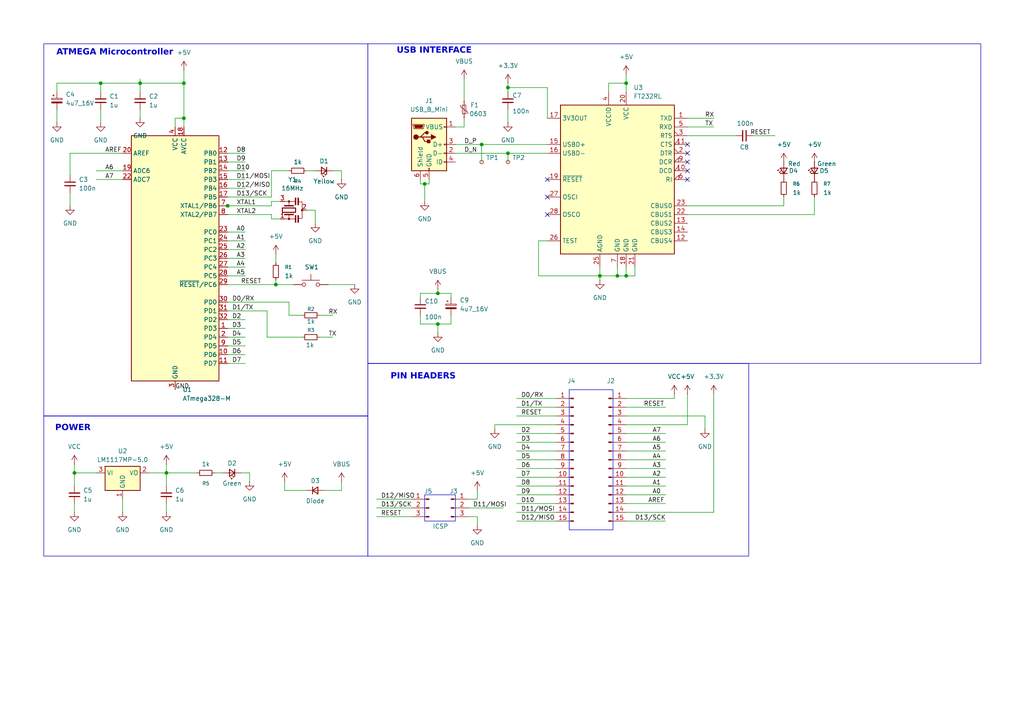
<source format=kicad_sch>
(kicad_sch (version 20250114) (generator "eeschema") (generator_version "9.0")
  (paper "A4")
  (title_block (title "Arduino nano") (date "14-07-2025") (rev "1A") (company "Bhuvanesh"))
  (lib_symbols
    (symbol "Connector:Conn_01x03_Pin" (pin_names (offset 1.016) (hide yes))
      (property "Reference" "J" (at 0 5.08 0))
      (property "Value" "Conn_01x03_Pin" (at 0 -5.08 0))
      (symbol "Conn_01x03_Pin_1_1"
        (rectangle (start 0.8636 2.667) (end 0 2.413) (stroke (width 0.1524)) (fill (type outline)))
        (rectangle (start 0.8636 0.127) (end 0 -0.127) (stroke (width 0.1524)) (fill (type outline)))
        (rectangle (start 0.8636 -2.413) (end 0 -2.667) (stroke (width 0.1524)) (fill (type outline)))
        (polyline (pts (xy 1.27 2.54) (xy 0.8636 2.54)) (stroke (width 0.1524)))
        (polyline (pts (xy 1.27 0) (xy 0.8636 0)) (stroke (width 0.1524)))
        (polyline (pts (xy 1.27 -2.54) (xy 0.8636 -2.54)) (stroke (width 0.1524)))
        (pin passive line (at 5.08 2.54 180) (length 3.81) (name "Pin_1") (number "1"))
        (pin passive line (at 5.08 0 180) (length 3.81) (name "Pin_2") (number "2"))
        (pin passive line (at 5.08 -2.54 180) (length 3.81) (name "Pin_3") (number "3"))
      )
    )
    (symbol "Connector:Conn_01x15_Pin" (pin_names (offset 1.016) (hide yes))
      (property "Reference" "J" (at 0 20.32 0))
      (property "Value" "Conn_01x15_Pin" (at 0 -20.32 0))
      (symbol "Conn_01x15_Pin_1_1"
        (rectangle (start 0.8636 17.907) (end 0 17.653) (stroke (width 0.1524)) (fill (type outline)))
        (rectangle (start 0.8636 15.367) (end 0 15.113) (stroke (width 0.1524)) (fill (type outline)))
        (rectangle (start 0.8636 12.827) (end 0 12.573) (stroke (width 0.1524)) (fill (type outline)))
        (rectangle (start 0.8636 10.287) (end 0 10.033) (stroke (width 0.1524)) (fill (type outline)))
        (rectangle (start 0.8636 7.747) (end 0 7.493) (stroke (width 0.1524)) (fill (type outline)))
        (rectangle (start 0.8636 5.207) (end 0 4.953) (stroke (width 0.1524)) (fill (type outline)))
        (rectangle (start 0.8636 2.667) (end 0 2.413) (stroke (width 0.1524)) (fill (type outline)))
        (rectangle (start 0.8636 0.127) (end 0 -0.127) (stroke (width 0.1524)) (fill (type outline)))
        (rectangle (start 0.8636 -2.413) (end 0 -2.667) (stroke (width 0.1524)) (fill (type outline)))
        (rectangle (start 0.8636 -4.953) (end 0 -5.207) (stroke (width 0.1524)) (fill (type outline)))
        (rectangle (start 0.8636 -7.493) (end 0 -7.747) (stroke (width 0.1524)) (fill (type outline)))
        (rectangle (start 0.8636 -10.033) (end 0 -10.287) (stroke (width 0.1524)) (fill (type outline)))
        (rectangle (start 0.8636 -12.573) (end 0 -12.827) (stroke (width 0.1524)) (fill (type outline)))
        (rectangle (start 0.8636 -15.113) (end 0 -15.367) (stroke (width 0.1524)) (fill (type outline)))
        (rectangle (start 0.8636 -17.653) (end 0 -17.907) (stroke (width 0.1524)) (fill (type outline)))
        (polyline (pts (xy 1.27 17.78) (xy 0.8636 17.78)) (stroke (width 0.1524)))
        (polyline (pts (xy 1.27 15.24) (xy 0.8636 15.24)) (stroke (width 0.1524)))
        (polyline (pts (xy 1.27 12.7) (xy 0.8636 12.7)) (stroke (width 0.1524)))
        (polyline (pts (xy 1.27 10.16) (xy 0.8636 10.16)) (stroke (width 0.1524)))
        (polyline (pts (xy 1.27 7.62) (xy 0.8636 7.62)) (stroke (width 0.1524)))
        (polyline (pts (xy 1.27 5.08) (xy 0.8636 5.08)) (stroke (width 0.1524)))
        (polyline (pts (xy 1.27 2.54) (xy 0.8636 2.54)) (stroke (width 0.1524)))
        (polyline (pts (xy 1.27 0) (xy 0.8636 0)) (stroke (width 0.1524)))
        (polyline (pts (xy 1.27 -2.54) (xy 0.8636 -2.54)) (stroke (width 0.1524)))
        (polyline (pts (xy 1.27 -5.08) (xy 0.8636 -5.08)) (stroke (width 0.1524)))
        (polyline (pts (xy 1.27 -7.62) (xy 0.8636 -7.62)) (stroke (width 0.1524)))
        (polyline (pts (xy 1.27 -10.16) (xy 0.8636 -10.16)) (stroke (width 0.1524)))
        (polyline (pts (xy 1.27 -12.7) (xy 0.8636 -12.7)) (stroke (width 0.1524)))
        (polyline (pts (xy 1.27 -15.24) (xy 0.8636 -15.24)) (stroke (width 0.1524)))
        (polyline (pts (xy 1.27 -17.78) (xy 0.8636 -17.78)) (stroke (width 0.1524)))
        (pin passive line (at 5.08 17.78 180) (length 3.81) (name "Pin_1") (number "1"))
        (pin passive line (at 5.08 15.24 180) (length 3.81) (name "Pin_2") (number "2"))
        (pin passive line (at 5.08 12.7 180) (length 3.81) (name "Pin_3") (number "3"))
        (pin passive line (at 5.08 10.16 180) (length 3.81) (name "Pin_4") (number "4"))
        (pin passive line (at 5.08 7.62 180) (length 3.81) (name "Pin_5") (number "5"))
        (pin passive line (at 5.08 5.08 180) (length 3.81) (name "Pin_6") (number "6"))
        (pin passive line (at 5.08 2.54 180) (length 3.81) (name "Pin_7") (number "7"))
        (pin passive line (at 5.08 0 180) (length 3.81) (name "Pin_8") (number "8"))
        (pin passive line (at 5.08 -2.54 180) (length 3.81) (name "Pin_9") (number "9"))
        (pin passive line (at 5.08 -5.08 180) (length 3.81) (name "Pin_10") (number "10"))
        (pin passive line (at 5.08 -7.62 180) (length 3.81) (name "Pin_11") (number "11"))
        (pin passive line (at 5.08 -10.16 180) (length 3.81) (name "Pin_12") (number "12"))
        (pin passive line (at 5.08 -12.7 180) (length 3.81) (name "Pin_13") (number "13"))
        (pin passive line (at 5.08 -15.24 180) (length 3.81) (name "Pin_14") (number "14"))
        (pin passive line (at 5.08 -17.78 180) (length 3.81) (name "Pin_15") (number "15"))
      )
    )
    (symbol "Connector:TestPoint_Small" (pin_numbers (hide yes)) (pin_names (offset 0.762) (hide yes))
      (property "Reference" "TP" (at 0 3.81 0))
      (property "Value" "TestPoint_Small" (at 0 2.032 0))
      (symbol "TestPoint_Small_0_1"
        (circle (center 0 0) (radius 0.508))
      )
      (symbol "TestPoint_Small_1_1"
        (pin passive line (at 0 0 90) (length 0) (name "1") (number "1"))
      )
    )
    (symbol "Connector:USB_B_Mini" (pin_names (offset 1.016))
      (property "Reference" "J" (at -5.08 11.43 0))
      (property "Value" "USB_B_Mini" (at -5.08 8.89 0))
      (symbol "USB_B_Mini_0_1"
        (rectangle (start -5.08 -7.62) (end 5.08 7.62) (stroke (width 0.254)) (fill (type background)))
        (polyline (pts (xy -4.699 5.842) (xy -4.699 5.588) (xy -4.445 4.826) (xy -4.445 4.572) (xy -1.651 4.572) (xy -1.651 4.826) (xy -1.397 5.588) (xy -1.397 5.842) (xy -4.699 5.842)))
        (polyline (pts (xy -4.318 5.588) (xy -1.778 5.588) (xy -2.032 4.826) (xy -4.064 4.826) (xy -4.318 5.588)) (fill (type outline)))
        (circle (center -3.81 2.159) (radius 0.635) (stroke (width 0.254)) (fill (type outline)))
        (polyline (pts (xy -3.175 2.159) (xy -2.54 2.159) (xy -1.27 3.429) (xy -0.635 3.429)) (stroke (width 0.254)))
        (polyline (pts (xy -2.54 2.159) (xy -1.905 2.159) (xy -1.27 0.889) (xy 0 0.889)) (stroke (width 0.254)))
        (polyline (pts (xy -1.905 2.159) (xy 0.635 2.159)) (stroke (width 0.254)))
        (circle (center -0.635 3.429) (radius 0.381) (stroke (width 0.254)) (fill (type outline)))
        (rectangle (start -0.127 -7.62) (end 0.127 -6.858))
        (rectangle (start 0.254 1.27) (end -0.508 0.508) (stroke (width 0.254)) (fill (type outline)))
        (polyline (pts (xy 0.635 2.794) (xy 0.635 1.524) (xy 1.905 2.159) (xy 0.635 2.794)) (stroke (width 0.254)) (fill (type outline)))
        (rectangle (start 5.08 4.953) (end 4.318 5.207))
        (rectangle (start 5.08 -0.127) (end 4.318 0.127))
        (rectangle (start 5.08 -2.667) (end 4.318 -2.413))
        (rectangle (start 5.08 -5.207) (end 4.318 -4.953))
      )
      (symbol "USB_B_Mini_1_1"
        (pin passive line (at -2.54 -10.16 90) (length 2.54) (name "Shield") (number "6"))
        (pin power_out line (at 0 -10.16 90) (length 2.54) (name "GND") (number "5"))
        (pin power_out line (at 7.62 5.08 180) (length 2.54) (name "VBUS") (number "1"))
        (pin bidirectional line (at 7.62 0 180) (length 2.54) (name "D+") (number "3"))
        (pin bidirectional line (at 7.62 -2.54 180) (length 2.54) (name "D-") (number "2"))
        (pin passive line (at 7.62 -5.08 180) (length 2.54) (name "ID") (number "4"))
      )
    )
    (symbol "Device:C_Polarized_Small" (pin_numbers (hide yes)) (pin_names (offset 0.254) (hide yes))
      (property "Reference" "C" (at 0.254 1.778 0))
      (property "Value" "C_Polarized_Small" (at 0.254 -2.032 0))
      (symbol "C_Polarized_Small_0_1"
        (rectangle (start -1.524 0.6858) (end 1.524 0.3048))
        (rectangle (start -1.524 -0.3048) (end 1.524 -0.6858) (fill (type outline)))
        (polyline (pts (xy -1.27 1.524) (xy -0.762 1.524)))
        (polyline (pts (xy -1.016 1.27) (xy -1.016 1.778)))
      )
      (symbol "C_Polarized_Small_1_1"
        (pin passive line (at 0 2.54 270) (length 1.8542) (name "~") (number "1"))
        (pin passive line (at 0 -2.54 90) (length 1.8542) (name "~") (number "2"))
      )
    )
    (symbol "Device:C_Small" (pin_numbers (hide yes)) (pin_names (offset 0.254) (hide yes))
      (property "Reference" "C" (at 0.254 1.778 0))
      (property "Value" "C_Small" (at 0.254 -2.032 0))
      (symbol "C_Small_0_1"
        (polyline (pts (xy -1.524 0.508) (xy 1.524 0.508)) (stroke (width 0.3048)))
        (polyline (pts (xy -1.524 -0.508) (xy 1.524 -0.508)) (stroke (width 0.3302)))
      )
      (symbol "C_Small_1_1"
        (pin passive line (at 0 2.54 270) (length 2.032) (name "~") (number "1"))
        (pin passive line (at 0 -2.54 90) (length 2.032) (name "~") (number "2"))
      )
    )
    (symbol "Device:D_Small" (pin_numbers (hide yes)) (pin_names (offset 0.254) (hide yes))
      (property "Reference" "D" (at -1.27 2.032 0))
      (property "Value" "D_Small" (at -3.81 -2.032 0))
      (symbol "D_Small_0_1"
        (polyline (pts (xy -0.762 0) (xy 0.762 0)))
        (polyline (pts (xy -0.762 -1.016) (xy -0.762 1.016)) (stroke (width 0.254)))
        (polyline (pts (xy 0.762 -1.016) (xy -0.762 0) (xy 0.762 1.016) (xy 0.762 -1.016)) (stroke (width 0.254)))
      )
      (symbol "D_Small_1_1"
        (pin passive line (at -2.54 0 0) (length 1.778) (name "K") (number "1"))
        (pin passive line (at 2.54 0 180) (length 1.778) (name "A") (number "2"))
      )
    )
    (symbol "Device:LED_Small" (pin_numbers (hide yes)) (pin_names (offset 0.254) (hide yes))
      (property "Reference" "D" (at -1.27 3.175 0))
      (property "Value" "LED_Small" (at -4.445 -2.54 0))
      (symbol "LED_Small_0_1"
        (polyline (pts (xy -0.762 -1.016) (xy -0.762 1.016)) (stroke (width 0.254)))
        (polyline (pts (xy 0 0.762) (xy -0.508 1.27) (xy -0.254 1.27) (xy -0.508 1.27) (xy -0.508 1.016)))
        (polyline (pts (xy 0.508 1.27) (xy 0 1.778) (xy 0.254 1.778) (xy 0 1.778) (xy 0 1.524)))
        (polyline (pts (xy 0.762 -1.016) (xy -0.762 0) (xy 0.762 1.016) (xy 0.762 -1.016)) (stroke (width 0.254)))
        (polyline (pts (xy 1.016 0) (xy -0.762 0)))
      )
      (symbol "LED_Small_1_1"
        (pin passive line (at -2.54 0 0) (length 1.778) (name "K") (number "1"))
        (pin passive line (at 2.54 0 180) (length 1.778) (name "A") (number "2"))
      )
    )
    (symbol "Device:Polyfuse_Small" (pin_numbers (hide yes)) (pin_names (offset 0))
      (property "Reference" "F" (at -1.905 0 90))
      (property "Value" "Polyfuse_Small" (at 1.905 0 90))
      (symbol "Polyfuse_Small_0_1"
        (polyline (pts (xy -1.016 1.27) (xy -1.016 0.762) (xy 1.016 -0.762) (xy 1.016 -1.27)))
        (rectangle (start -0.508 1.27) (end 0.508 -1.27))
        (polyline (pts (xy 0 2.54) (xy 0 -2.54)))
      )
      (symbol "Polyfuse_Small_1_1"
        (pin passive line (at 0 2.54 270) (length 0.635) (name "~") (number "1"))
        (pin passive line (at 0 -2.54 90) (length 0.635) (name "~") (number "2"))
      )
    )
    (symbol "Device:R_Small" (pin_numbers (hide yes)) (pin_names (offset 0.254) (hide yes))
      (property "Reference" "R" (at 0 0 90))
      (property "Value" "R_Small" (at 1.778 0 90))
      (symbol "R_Small_0_1"
        (rectangle (start -0.762 1.778) (end 0.762 -1.778) (stroke (width 0.2032)))
      )
      (symbol "R_Small_1_1"
        (pin passive line (at 0 2.54 270) (length 0.762) (name "~") (number "1"))
        (pin passive line (at 0 -2.54 90) (length 0.762) (name "~") (number "2"))
      )
    )
    (symbol "Device:Resonator_Small" (pin_names (offset 1.016) (hide yes))
      (property "Reference" "Y" (at 3.175 1.905 0))
      (property "Value" "Resonator_Small" (at 3.175 0 0))
      (symbol "Resonator_Small_0_1"
        (rectangle (start -3.556 -1.778) (end -1.524 -2.032) (fill (type outline)))
        (rectangle (start -3.556 -2.54) (end -1.524 -2.794) (fill (type outline)))
        (polyline (pts (xy -2.54 1.27) (xy -2.54 0)))
        (circle (center -2.54 0) (radius 0.254) (fill (type outline)))
        (polyline (pts (xy -2.54 0) (xy -1.397 0)))
        (polyline (pts (xy -2.54 -1.778) (xy -2.54 0)))
        (polyline (pts (xy -1.27 -1.27) (xy -1.27 1.27)) (stroke (width 0.381)))
        (rectangle (start -0.635 1.905) (end 0.635 -1.905) (stroke (width 0.3048)))
        (circle (center 0 -3.81) (radius 0.254) (fill (type outline)))
        (polyline (pts (xy 1.27 0) (xy 2.54 0)))
        (polyline (pts (xy 1.27 -1.27) (xy 1.27 1.27)) (stroke (width 0.381)))
        (rectangle (start 1.524 -1.778) (end 3.556 -2.032) (fill (type outline)))
        (rectangle (start 1.524 -2.54) (end 3.556 -2.794) (fill (type outline)))
        (polyline (pts (xy 2.413 -2.794) (xy 2.413 -3.81) (xy -2.413 -3.81) (xy -2.413 -2.667)))
        (polyline (pts (xy 2.54 1.27) (xy 2.54 0)))
        (polyline (pts (xy 2.54 0) (xy 2.54 -1.778)))
        (circle (center 2.54 0) (radius 0.254) (fill (type outline)))
      )
      (symbol "Resonator_Small_1_1"
        (pin passive line (at -2.54 2.54 270) (length 1.27) (name "1") (number "1"))
        (pin passive line (at 0 -5.08 90) (length 1.27) (name "2") (number "2"))
        (pin passive line (at 2.54 2.54 270) (length 1.27) (name "3") (number "3"))
      )
    )
    (symbol "Interface_USB:FT232RL"
      (property "Reference" "U" (at -16.51 22.86 0))
      (property "Value" "FT232RL" (at 10.16 22.86 0))
      (symbol "FT232RL_0_1"
        (rectangle (start -16.51 21.59) (end 16.51 -21.59) (stroke (width 0.254)) (fill (type background)))
      )
      (symbol "FT232RL_1_1"
        (pin power_out line (at -20.32 17.78 0) (length 3.81) (name "3V3OUT") (number "17"))
        (pin bidirectional line (at -20.32 10.16 0) (length 3.81) (name "USBD+") (number "15"))
        (pin bidirectional line (at -20.32 7.62 0) (length 3.81) (name "USBD-") (number "16"))
        (pin input line (at -20.32 0 0) (length 3.81) (name "~{RESET}") (number "19"))
        (pin input line (at -20.32 -5.08 0) (length 3.81) (name "OSCI") (number "27"))
        (pin output line (at -20.32 -10.16 0) (length 3.81) (name "OSCO") (number "28"))
        (pin input line (at -20.32 -17.78 0) (length 3.81) (name "TEST") (number "26"))
        (pin power_in line (at -5.08 -25.4 90) (length 3.81) (name "AGND") (number "25"))
        (pin power_in line (at -2.54 25.4 270) (length 3.81) (name "VCCIO") (number "4"))
        (pin power_in line (at 0 -25.4 90) (length 3.81) (name "GND") (number "7"))
        (pin power_in line (at 2.54 25.4 270) (length 3.81) (name "VCC") (number "20"))
        (pin power_in line (at 2.54 -25.4 90) (length 3.81) (name "GND") (number "18"))
        (pin power_in line (at 5.08 -25.4 90) (length 3.81) (name "GND") (number "21"))
        (pin output line (at 20.32 17.78 180) (length 3.81) (name "TXD") (number "1"))
        (pin input line (at 20.32 15.24 180) (length 3.81) (name "RXD") (number "5"))
        (pin output output_low (at 20.32 12.7 180) (length 3.81) (name "RTS") (number "3"))
        (pin input input_low (at 20.32 10.16 180) (length 3.81) (name "CTS") (number "11"))
        (pin output output_low (at 20.32 7.62 180) (length 3.81) (name "DTR") (number "2"))
        (pin input input_low (at 20.32 5.08 180) (length 3.81) (name "DCR") (number "9"))
        (pin input input_low (at 20.32 2.54 180) (length 3.81) (name "DCD") (number "10"))
        (pin input input_low (at 20.32 0 180) (length 3.81) (name "RI") (number "6"))
        (pin bidirectional line (at 20.32 -7.62 180) (length 3.81) (name "CBUS0") (number "23"))
        (pin bidirectional line (at 20.32 -10.16 180) (length 3.81) (name "CBUS1") (number "22"))
        (pin bidirectional line (at 20.32 -12.7 180) (length 3.81) (name "CBUS2") (number "13"))
        (pin bidirectional line (at 20.32 -15.24 180) (length 3.81) (name "CBUS3") (number "14"))
        (pin bidirectional line (at 20.32 -17.78 180) (length 3.81) (name "CBUS4") (number "12"))
      )
    )
    (symbol "MCU_Microchip_ATmega:ATmega328-M"
      (property "Reference" "U" (at -12.7 36.83 0))
      (property "Value" "ATmega328-M" (at 2.54 -36.83 0))
      (symbol "ATmega328-M_0_1"
        (rectangle (start -12.7 -35.56) (end 12.7 35.56) (stroke (width 0.254)) (fill (type background)))
      )
      (symbol "ATmega328-M_1_1"
        (pin passive line (at -15.24 30.48 0) (length 2.54) (name "AREF") (number "20"))
        (pin input line (at -15.24 25.4 0) (length 2.54) (name "ADC6") (number "19"))
        (pin input line (at -15.24 22.86 0) (length 2.54) (name "ADC7") (number "22"))
        (pin power_in line (at 0 38.1 270) (length 2.54) (name "VCC") (number "4"))
        (pin passive line (at 0 38.1 270) (length 2.54) (hide yes) (name "VCC") (number "6"))
        (pin passive line (at 0 -38.1 90) (length 2.54) (hide yes) (name "GND") (number "21"))
        (pin power_in line (at 0 -38.1 90) (length 2.54) (name "GND") (number "3"))
        (pin passive line (at 0 -38.1 90) (length 2.54) (hide yes) (name "GND") (number "33"))
        (pin passive line (at 0 -38.1 90) (length 2.54) (hide yes) (name "GND") (number "5"))
        (pin power_in line (at 2.54 38.1 270) (length 2.54) (name "AVCC") (number "18"))
        (pin bidirectional line (at 15.24 30.48 180) (length 2.54) (name "PB0") (number "12"))
        (pin bidirectional line (at 15.24 27.94 180) (length 2.54) (name "PB1") (number "13"))
        (pin bidirectional line (at 15.24 25.4 180) (length 2.54) (name "PB2") (number "14"))
        (pin bidirectional line (at 15.24 22.86 180) (length 2.54) (name "PB3") (number "15"))
        (pin bidirectional line (at 15.24 20.32 180) (length 2.54) (name "PB4") (number "16"))
        (pin bidirectional line (at 15.24 17.78 180) (length 2.54) (name "PB5") (number "17"))
        (pin bidirectional line (at 15.24 15.24 180) (length 2.54) (name "XTAL1/PB6") (number "7"))
        (pin bidirectional line (at 15.24 12.7 180) (length 2.54) (name "XTAL2/PB7") (number "8"))
        (pin bidirectional line (at 15.24 7.62 180) (length 2.54) (name "PC0") (number "23"))
        (pin bidirectional line (at 15.24 5.08 180) (length 2.54) (name "PC1") (number "24"))
        (pin bidirectional line (at 15.24 2.54 180) (length 2.54) (name "PC2") (number "25"))
        (pin bidirectional line (at 15.24 0 180) (length 2.54) (name "PC3") (number "26"))
        (pin bidirectional line (at 15.24 -2.54 180) (length 2.54) (name "PC4") (number "27"))
        (pin bidirectional line (at 15.24 -5.08 180) (length 2.54) (name "PC5") (number "28"))
        (pin bidirectional line (at 15.24 -7.62 180) (length 2.54) (name "~{RESET}/PC6") (number "29"))
        (pin bidirectional line (at 15.24 -12.7 180) (length 2.54) (name "PD0") (number "30"))
        (pin bidirectional line (at 15.24 -15.24 180) (length 2.54) (name "PD1") (number "31"))
        (pin bidirectional line (at 15.24 -17.78 180) (length 2.54) (name "PD2") (number "32"))
        (pin bidirectional line (at 15.24 -20.32 180) (length 2.54) (name "PD3") (number "1"))
        (pin bidirectional line (at 15.24 -22.86 180) (length 2.54) (name "PD4") (number "2"))
        (pin bidirectional line (at 15.24 -25.4 180) (length 2.54) (name "PD5") (number "9"))
        (pin bidirectional line (at 15.24 -27.94 180) (length 2.54) (name "PD6") (number "10"))
        (pin bidirectional line (at 15.24 -30.48 180) (length 2.54) (name "PD7") (number "11"))
      )
    )
    (symbol "Regulator_Linear:LM1117MP-5.0"
      (property "Reference" "U" (at -3.81 3.175 0))
      (property "Value" "LM1117MP-5.0" (at 0 3.175 0))
      (symbol "LM1117MP-5.0_0_1"
        (rectangle (start -5.08 -5.08) (end 5.08 1.905) (stroke (width 0.254)) (fill (type background)))
      )
      (symbol "LM1117MP-5.0_1_1"
        (pin power_in line (at -7.62 0 0) (length 2.54) (name "VI") (number "3"))
        (pin power_in line (at 0 -7.62 90) (length 2.54) (name "GND") (number "1"))
        (pin power_out line (at 7.62 0 180) (length 2.54) (name "VO") (number "2"))
      )
    )
    (symbol "Switch:SW_Push" (pin_numbers (hide yes)) (pin_names (offset 1.016) (hide yes))
      (property "Reference" "SW" (at 1.27 2.54 0))
      (property "Value" "SW_Push" (at 0 -1.524 0))
      (symbol "SW_Push_0_1"
        (circle (center -2.032 0) (radius 0.508))
        (polyline (pts (xy 0 1.27) (xy 0 3.048)))
        (circle (center 2.032 0) (radius 0.508))
        (polyline (pts (xy 2.54 1.27) (xy -2.54 1.27)))
        (pin passive line (at -5.08 0 0) (length 2.54) (name "1") (number "1"))
        (pin passive line (at 5.08 0 180) (length 2.54) (name "2") (number "2"))
      )
    )
    (symbol "power:+3.3V" (power) (pin_numbers (hide yes)) (pin_names (offset 0) (hide yes))
      (property "Value" "+3.3V" (at 0 3.556 0))
      (symbol "+3.3V_0_1"
        (polyline (pts (xy -0.762 1.27) (xy 0 2.54)))
        (polyline (pts (xy 0 2.54) (xy 0.762 1.27)))
        (polyline (pts (xy 0 0) (xy 0 2.54)))
      )
      (symbol "+3.3V_1_1"
        (pin power_in line (at 0 0 90) (length 0) (name "~") (number "1"))
      )
    )
    (symbol "power:+5V" (power) (pin_numbers (hide yes)) (pin_names (offset 0) (hide yes))
      (property "Value" "+5V" (at 0 3.556 0))
      (symbol "+5V_0_1"
        (polyline (pts (xy -0.762 1.27) (xy 0 2.54)))
        (polyline (pts (xy 0 2.54) (xy 0.762 1.27)))
        (polyline (pts (xy 0 0) (xy 0 2.54)))
      )
      (symbol "+5V_1_1"
        (pin power_in line (at 0 0 90) (length 0) (name "~") (number "1"))
      )
    )
    (symbol "power:GND" (power) (pin_numbers (hide yes)) (pin_names (offset 0) (hide yes))
      (property "Value" "GND" (at 0 -3.81 0))
      (symbol "GND_0_1"
        (polyline (pts (xy 0 0) (xy 0 -1.27) (xy 1.27 -1.27) (xy 0 -2.54) (xy -1.27 -1.27) (xy 0 -1.27)))
      )
      (symbol "GND_1_1"
        (pin power_in line (at 0 0 270) (length 0) (name "~") (number "1"))
      )
    )
    (symbol "power:VBUS" (power) (pin_numbers (hide yes)) (pin_names (offset 0) (hide yes))
      (property "Value" "VBUS" (at 0 3.556 0))
      (symbol "VBUS_0_1"
        (polyline (pts (xy -0.762 1.27) (xy 0 2.54)))
        (polyline (pts (xy 0 2.54) (xy 0.762 1.27)))
        (polyline (pts (xy 0 0) (xy 0 2.54)))
      )
      (symbol "VBUS_1_1"
        (pin power_in line (at 0 0 90) (length 0) (name "~") (number "1"))
      )
    )
    (symbol "power:VCC" (power) (pin_numbers (hide yes)) (pin_names (offset 0) (hide yes))
      (property "Value" "VCC" (at 0 3.556 0))
      (symbol "VCC_0_1"
        (polyline (pts (xy -0.762 1.27) (xy 0 2.54)))
        (polyline (pts (xy 0 2.54) (xy 0.762 1.27)))
        (polyline (pts (xy 0 0) (xy 0 2.54)))
      )
      (symbol "VCC_1_1"
        (pin power_in line (at 0 0 90) (length 0) (name "~") (number "1"))
      )
    )
  )
  (rectangle (start 123.19 143.51) (end 132.08 151.13))
  (rectangle (start 12.7 120.65) (end 106.68 161.29))
  (rectangle (start 12.7 12.7) (end 106.68 120.65))
  (rectangle (start 106.68 105.41) (end 217.17 161.29))
  (rectangle (start 165.1 113.03) (end 177.8 153.67))
  (rectangle (start 106.68 12.7) (end 284.48 105.41))
  (text " ATMEGA Microcontroller" (at 15.494 15.748 0) (effects (font (size 1.778 1.778) (thickness 0.0127) (bold yes)) (justify left)))
  (text "PIN HEADERS\n" (at 113.284 109.728 0) (effects (font (size 1.778 1.778) (thickness 0.0127) (bold yes)) (justify left)))
  (text "POWER" (at 16.002 124.714 0) (effects (font (size 1.778 1.778) (thickness 0.0127) (bold yes)) (justify left)))
  (text "USB INTERFACE\n" (at 115.062 15.24 0) (effects (font (size 1.778 1.778) (thickness 0.0127) (bold yes)) (justify left)))
  (junction (at 127 85.09))
  (junction (at 139.7 41.91))
  (junction (at 181.61 80.01))
  (junction (at 147.32 44.45))
  (junction (at 53.34 24.13))
  (junction (at 123.19 53.34))
  (junction (at 179.07 80.01))
  (junction (at 48.26 137.16))
  (junction (at 29.21 24.13))
  (junction (at 127 93.98))
  (junction (at 80.01 82.55))
  (junction (at 173.99 80.01))
  (junction (at 40.64 24.13))
  (junction (at 147.32 25.4))
  (junction (at 21.59 137.16))
  (junction (at 66.04 59.69))
  (junction (at 53.34 34.29))
  (junction (at 181.61 24.13))
  (no_connect (at 199.39 46.99))
  (no_connect (at 158.75 62.23))
  (no_connect (at 199.39 52.07))
  (no_connect (at 199.39 41.91))
  (no_connect (at 158.75 57.15))
  (no_connect (at 158.75 52.07))
  (no_connect (at 199.39 44.45))
  (no_connect (at 199.39 49.53))
  (wire (pts (xy 199.39 34.29) (xy 207.01 34.29)))
  (wire (pts (xy 181.61 77.47) (xy 181.61 80.01)))
  (wire (pts (xy 149.86 125.73) (xy 161.29 125.73)))
  (wire (pts (xy 66.04 92.71) (xy 71.12 92.71)))
  (wire (pts (xy 134.62 22.86) (xy 134.62 29.21)))
  (wire (pts (xy 127 93.98) (xy 130.81 93.98)))
  (wire (pts (xy 40.64 31.75) (xy 40.64 34.29)))
  (wire (pts (xy 66.04 72.39) (xy 71.12 72.39)))
  (wire (pts (xy 121.92 53.34) (xy 123.19 53.34)))
  (wire (pts (xy 173.99 80.01) (xy 179.07 80.01)))
  (wire (pts (xy 78.74 58.42) (xy 81.28 58.42)))
  (wire (pts (xy 48.26 137.16) (xy 57.15 137.16)))
  (wire (pts (xy 199.39 114.3) (xy 199.39 123.19)))
  (wire (pts (xy 224.79 39.37) (xy 218.44 39.37)))
  (wire (pts (xy 227.33 59.69) (xy 227.33 57.15)))
  (wire (pts (xy 138.43 149.86) (xy 138.43 152.4)))
  (wire (pts (xy 66.04 67.31) (xy 71.12 67.31)))
  (wire (pts (xy 149.86 143.51) (xy 161.29 143.51)))
  (wire (pts (xy 130.81 85.09) (xy 130.81 86.36)))
  (wire (pts (xy 80.01 73.66) (xy 80.01 76.2)))
  (wire (pts (xy 80.01 82.55) (xy 85.09 82.55)))
  (wire (pts (xy 139.7 41.91) (xy 139.7 46.99)))
  (wire (pts (xy 181.61 148.59) (xy 207.01 148.59)))
  (wire (pts (xy 82.55 139.7) (xy 82.55 142.24)))
  (wire (pts (xy 147.32 24.13) (xy 147.32 25.4)))
  (wire (pts (xy 156.21 69.85) (xy 156.21 80.01)))
  (wire (pts (xy 149.86 148.59) (xy 161.29 148.59)))
  (wire (pts (xy 149.86 140.97) (xy 161.29 140.97)))
  (wire (pts (xy 181.61 115.57) (xy 195.58 115.57)))
  (wire (pts (xy 143.51 123.19) (xy 161.29 123.19)))
  (wire (pts (xy 181.61 146.05) (xy 193.04 146.05)))
  (wire (pts (xy 62.23 137.16) (xy 64.77 137.16)))
  (wire (pts (xy 29.21 24.13) (xy 29.21 26.67)))
  (wire (pts (xy 53.34 24.13) (xy 53.34 34.29)))
  (wire (pts (xy 138.43 142.24) (xy 138.43 144.78)))
  (wire (pts (xy 195.58 114.3) (xy 195.58 115.57)))
  (wire (pts (xy 95.25 82.55) (xy 102.87 82.55)))
  (wire (pts (xy 40.64 24.13) (xy 53.34 24.13)))
  (wire (pts (xy 121.92 91.44) (xy 121.92 93.98)))
  (wire (pts (xy 181.61 118.11) (xy 193.04 118.11)))
  (wire (pts (xy 53.34 20.32) (xy 53.34 24.13)))
  (wire (pts (xy 135.89 144.78) (xy 138.43 144.78)))
  (wire (pts (xy 21.59 134.62) (xy 21.59 137.16)))
  (wire (pts (xy 66.04 90.17) (xy 77.47 90.17)))
  (wire (pts (xy 48.26 146.05) (xy 48.26 148.59)))
  (wire (pts (xy 66.04 62.23) (xy 78.74 62.23)))
  (wire (pts (xy 124.46 52.07) (xy 124.46 53.34)))
  (wire (pts (xy 83.82 91.44) (xy 87.63 91.44)))
  (wire (pts (xy 78.74 58.42) (xy 78.74 59.69)))
  (wire (pts (xy 92.71 91.44) (xy 96.52 91.44)))
  (wire (pts (xy 181.61 123.19) (xy 199.39 123.19)))
  (wire (pts (xy 109.22 147.32) (xy 119.38 147.32)))
  (wire (pts (xy 88.9 49.53) (xy 91.44 49.53)))
  (wire (pts (xy 21.59 137.16) (xy 27.94 137.16)))
  (wire (pts (xy 109.22 144.78) (xy 119.38 144.78)))
  (wire (pts (xy 199.39 39.37) (xy 213.36 39.37)))
  (wire (pts (xy 132.08 44.45) (xy 147.32 44.45)))
  (wire (pts (xy 16.51 31.75) (xy 16.51 35.56)))
  (wire (pts (xy 149.86 146.05) (xy 161.29 146.05)))
  (wire (pts (xy 88.9 60.96) (xy 91.44 60.96)))
  (wire (pts (xy 181.61 135.89) (xy 193.04 135.89)))
  (wire (pts (xy 204.47 120.65) (xy 204.47 124.46)))
  (wire (pts (xy 121.92 93.98) (xy 127 93.98)))
  (wire (pts (xy 40.64 22.86) (xy 40.64 24.13)))
  (wire (pts (xy 69.85 137.16) (xy 72.39 137.16)))
  (wire (pts (xy 63.5 59.69) (xy 66.04 59.69)))
  (wire (pts (xy 50.8 36.83) (xy 50.8 34.29)))
  (wire (pts (xy 132.08 36.83) (xy 134.62 36.83)))
  (wire (pts (xy 92.71 97.79) (xy 96.52 97.79)))
  (wire (pts (xy 48.26 137.16) (xy 48.26 140.97)))
  (wire (pts (xy 80.01 81.28) (xy 80.01 82.55)))
  (wire (pts (xy 176.53 24.13) (xy 181.61 24.13)))
  (wire (pts (xy 135.89 149.86) (xy 138.43 149.86)))
  (wire (pts (xy 199.39 62.23) (xy 236.22 62.23)))
  (wire (pts (xy 35.56 144.78) (xy 35.56 148.59)))
  (wire (pts (xy 179.07 77.47) (xy 179.07 80.01)))
  (wire (pts (xy 135.89 147.32) (xy 146.05 147.32)))
  (wire (pts (xy 96.52 49.53) (xy 99.06 49.53)))
  (wire (pts (xy 181.61 120.65) (xy 204.47 120.65)))
  (wire (pts (xy 66.04 57.15) (xy 78.74 57.15)))
  (wire (pts (xy 121.92 85.09) (xy 127 85.09)))
  (wire (pts (xy 20.32 55.88) (xy 20.32 59.69)))
  (wire (pts (xy 127 83.82) (xy 127 85.09)))
  (wire (pts (xy 66.04 59.69) (xy 78.74 59.69)))
  (wire (pts (xy 158.75 25.4) (xy 147.32 25.4)))
  (wire (pts (xy 82.55 142.24) (xy 88.9 142.24)))
  (wire (pts (xy 132.08 41.91) (xy 139.7 41.91)))
  (wire (pts (xy 181.61 21.59) (xy 181.61 24.13)))
  (wire (pts (xy 147.32 44.45) (xy 158.75 44.45)))
  (wire (pts (xy 93.98 142.24) (xy 99.06 142.24)))
  (wire (pts (xy 181.61 125.73) (xy 193.04 125.73)))
  (wire (pts (xy 147.32 44.45) (xy 147.32 46.99)))
  (wire (pts (xy 66.04 82.55) (xy 80.01 82.55)))
  (wire (pts (xy 83.82 87.63) (xy 83.82 91.44)))
  (wire (pts (xy 21.59 137.16) (xy 21.59 140.97)))
  (wire (pts (xy 66.04 102.87) (xy 71.12 102.87)))
  (wire (pts (xy 184.15 77.47) (xy 184.15 80.01)))
  (wire (pts (xy 181.61 24.13) (xy 181.61 26.67)))
  (wire (pts (xy 66.04 97.79) (xy 71.12 97.79)))
  (wire (pts (xy 181.61 130.81) (xy 193.04 130.81)))
  (wire (pts (xy 99.06 139.7) (xy 99.06 142.24)))
  (wire (pts (xy 130.81 91.44) (xy 130.81 93.98)))
  (wire (pts (xy 181.61 138.43) (xy 193.04 138.43)))
  (wire (pts (xy 99.06 49.53) (xy 99.06 52.07)))
  (wire (pts (xy 149.86 128.27) (xy 161.29 128.27)))
  (wire (pts (xy 21.59 146.05) (xy 21.59 148.59)))
  (wire (pts (xy 66.04 95.25) (xy 71.12 95.25)))
  (wire (pts (xy 53.34 34.29) (xy 53.34 36.83)))
  (wire (pts (xy 66.04 46.99) (xy 71.12 46.99)))
  (wire (pts (xy 66.04 52.07) (xy 71.12 52.07)))
  (wire (pts (xy 66.04 74.93) (xy 71.12 74.93)))
  (wire (pts (xy 139.7 41.91) (xy 158.75 41.91)))
  (wire (pts (xy 207.01 114.3) (xy 207.01 148.59)))
  (wire (pts (xy 176.53 26.67) (xy 176.53 24.13)))
  (wire (pts (xy 236.22 62.23) (xy 236.22 57.15)))
  (wire (pts (xy 149.86 151.13) (xy 161.29 151.13)))
  (wire (pts (xy 173.99 80.01) (xy 173.99 81.28)))
  (wire (pts (xy 72.39 137.16) (xy 72.39 139.7)))
  (wire (pts (xy 78.74 63.5) (xy 78.74 62.23)))
  (wire (pts (xy 181.61 151.13) (xy 193.04 151.13)))
  (wire (pts (xy 149.86 133.35) (xy 161.29 133.35)))
  (wire (pts (xy 121.92 86.36) (xy 121.92 85.09)))
  (wire (pts (xy 66.04 54.61) (xy 71.12 54.61)))
  (wire (pts (xy 109.22 149.86) (xy 119.38 149.86)))
  (wire (pts (xy 77.47 90.17) (xy 77.47 97.79)))
  (wire (pts (xy 147.32 25.4) (xy 147.32 26.67)))
  (wire (pts (xy 181.61 143.51) (xy 193.04 143.51)))
  (wire (pts (xy 78.74 49.53) (xy 83.82 49.53)))
  (wire (pts (xy 149.86 135.89) (xy 161.29 135.89)))
  (wire (pts (xy 123.19 53.34) (xy 123.19 58.42)))
  (wire (pts (xy 77.47 97.79) (xy 87.63 97.79)))
  (wire (pts (xy 40.64 24.13) (xy 40.64 26.67)))
  (wire (pts (xy 66.04 80.01) (xy 71.12 80.01)))
  (wire (pts (xy 199.39 59.69) (xy 227.33 59.69)))
  (wire (pts (xy 27.94 49.53) (xy 35.56 49.53)))
  (wire (pts (xy 121.92 52.07) (xy 121.92 53.34)))
  (wire (pts (xy 27.94 52.07) (xy 35.56 52.07)))
  (wire (pts (xy 181.61 133.35) (xy 193.04 133.35)))
  (wire (pts (xy 66.04 87.63) (xy 83.82 87.63)))
  (wire (pts (xy 149.86 138.43) (xy 161.29 138.43)))
  (wire (pts (xy 156.21 69.85) (xy 158.75 69.85)))
  (wire (pts (xy 173.99 77.47) (xy 173.99 80.01)))
  (wire (pts (xy 181.61 80.01) (xy 184.15 80.01)))
  (wire (pts (xy 66.04 105.41) (xy 71.12 105.41)))
  (wire (pts (xy 78.74 57.15) (xy 78.74 49.53)))
  (wire (pts (xy 158.75 34.29) (xy 158.75 25.4)))
  (wire (pts (xy 199.39 36.83) (xy 207.01 36.83)))
  (wire (pts (xy 66.04 69.85) (xy 71.12 69.85)))
  (wire (pts (xy 181.61 128.27) (xy 193.04 128.27)))
  (wire (pts (xy 127 93.98) (xy 127 96.52)))
  (wire (pts (xy 147.32 31.75) (xy 147.32 35.56)))
  (wire (pts (xy 16.51 26.67) (xy 16.51 24.13)))
  (wire (pts (xy 123.19 53.34) (xy 124.46 53.34)))
  (wire (pts (xy 16.51 24.13) (xy 29.21 24.13)))
  (wire (pts (xy 127 85.09) (xy 130.81 85.09)))
  (wire (pts (xy 66.04 77.47) (xy 71.12 77.47)))
  (wire (pts (xy 143.51 124.46) (xy 143.51 123.19)))
  (wire (pts (xy 156.21 80.01) (xy 173.99 80.01)))
  (wire (pts (xy 43.18 137.16) (xy 48.26 137.16)))
  (wire (pts (xy 134.62 34.29) (xy 134.62 36.83)))
  (wire (pts (xy 66.04 100.33) (xy 71.12 100.33)))
  (wire (pts (xy 149.86 118.11) (xy 161.29 118.11)))
  (wire (pts (xy 48.26 134.62) (xy 48.26 137.16)))
  (wire (pts (xy 20.32 50.8) (xy 20.32 44.45)))
  (wire (pts (xy 149.86 115.57) (xy 161.29 115.57)))
  (wire (pts (xy 81.28 63.5) (xy 78.74 63.5)))
  (wire (pts (xy 29.21 31.75) (xy 29.21 35.56)))
  (wire (pts (xy 149.86 120.65) (xy 161.29 120.65)))
  (wire (pts (xy 91.44 60.96) (xy 91.44 64.77)))
  (wire (pts (xy 66.04 49.53) (xy 71.12 49.53)))
  (wire (pts (xy 50.8 34.29) (xy 53.34 34.29)))
  (wire (pts (xy 66.04 44.45) (xy 71.12 44.45)))
  (wire (pts (xy 29.21 24.13) (xy 40.64 24.13)))
  (wire (pts (xy 181.61 140.97) (xy 193.04 140.97)))
  (wire (pts (xy 20.32 44.45) (xy 35.56 44.45)))
  (wire (pts (xy 149.86 130.81) (xy 161.29 130.81)))
  (wire (pts (xy 179.07 80.01) (xy 181.61 80.01)))
  (label "A5" (at 68.58 80.01 0))
  (label "D3" (at 67.31 95.25 0))
  (label "RX" (at 95.25 91.44 0))
  (label "AREF" (at 187.96 146.05 0))
  (label "D4" (at 151.13 130.81 0))
  (label "D2" (at 67.31 92.71 0))
  (label "XTAL2" (at 68.58 62.23 0))
  (label "A4" (at 189.23 133.35 0))
  (label "RESET" (at 69.85 82.55 0))
  (label "A7" (at 30.48 52.07 0))
  (label "XTAL1" (at 68.58 59.69 0))
  (label "D7" (at 67.31 105.41 0))
  (label "A1" (at 68.58 69.85 0))
  (label "TX" (at 204.47 36.83 0))
  (label "D0{slash}RX" (at 67.31 87.63 0))
  (label "A2" (at 68.58 72.39 0))
  (label "D1{slash}TX" (at 67.31 90.17 0))
  (label "D6" (at 151.13 135.89 0))
  (label "D12{slash}MISO" (at 151.13 151.13 0))
  (label "D8" (at 68.58 44.45 0))
  (label "D13{slash}SCK" (at 68.58 57.15 0))
  (label "RESET" (at 151.13 120.65 0))
  (label "A0" (at 68.58 67.31 0))
  (label "A2" (at 189.23 138.43 0))
  (label "D10" (at 68.58 49.53 0))
  (label "D0{slash}RX" (at 151.13 115.57 0))
  (label "D1{slash}TX" (at 151.13 118.11 0))
  (label "D11{slash}MOSI" (at 137.16 147.32 0))
  (label "TX" (at 95.25 97.79 0))
  (label "D5" (at 67.31 100.33 0))
  (label "D5" (at 151.13 133.35 0))
  (label "RX" (at 204.47 34.29 0))
  (label "D13{slash}SCK" (at 184.15 151.13 0))
  (label "D9" (at 151.13 143.51 0))
  (label "D11{slash}MOSI" (at 151.13 148.59 0))
  (label "RESET" (at 223.52 39.37 180))
  (label "RESET" (at 186.69 118.11 0))
  (label "D13{slash}SCK" (at 110.49 147.32 0))
  (label "A3" (at 189.23 135.89 0))
  (label "A7" (at 189.23 125.73 0))
  (label "D7" (at 151.13 138.43 0))
  (label "A0" (at 189.2044 143.51 0))
  (label "D4" (at 67.31 97.79 0))
  (label "A4" (at 68.58 77.47 0))
  (label "D3" (at 151.13 128.27 0))
  (label "A5" (at 189.23 130.81 0))
  (label "D8" (at 151.13 140.97 0))
  (label "GND" (at 50.8 113.03 0))
  (label "D12{slash}MISO" (at 110.49 144.78 0))
  (label "RESET" (at 110.49 149.86 0))
  (label "A6" (at 30.48 49.53 0))
  (label "D_N" (at 134.62 44.45 0))
  (label "D10" (at 151.13 146.05 0))
  (label "D12{slash}MISO" (at 68.58 54.61 0))
  (label "A1" (at 189.23 140.97 0))
  (label "D6" (at 67.31 102.87 0))
  (label "D2" (at 151.13 125.73 0))
  (label "D9" (at 68.58 46.99 0))
  (label "D_P" (at 134.62 41.91 0))
  (label "A6" (at 189.23 128.27 0))
  (label "A3" (at 68.58 74.93 0))
  (label "D11{slash}MOSI" (at 68.58 52.07 0))
  (label "AREF" (at 30.48 44.45 0))
  (symbol (lib_id "power:GND") (at 29.21 35.56 0) (unit 1)
    (property "Reference" "#PWR02" (effects (hide yes)))
    (property "Value" "GND" (at 29.21 40.64 0))
    (property "Description" "Power symbol creates a global label with name \"GND\" , ground" (effects (hide yes)))
  )
  (symbol (lib_id "power:GND") (at 99.06 52.07 0) (unit 1)
    (property "Reference" "#PWR09" (effects (hide yes)))
    (property "Value" "GND" (at 99.06 57.15 0))
    (property "Description" "Power symbol creates a global label with name \"GND\" , ground" (effects (hide yes)))
  )
  (symbol (lib_id "Connector:Conn_01x15_Pin") (at 176.53 133.35 0) (unit 1)
    (property "Reference" "J2" (at 177.165 110.49 0))
    (property "Value" "Conn_01x15_Pin" (effects (hide yes)))
    (property "Footprint" "Connector_PinSocket_2.54mm:PinSocket_1x15_P2.54mm_Vertical" (effects (hide yes)))
    (property "Description" "Generic connector, single row, 01x15, script generated" (effects (hide yes)))
  )
  (symbol (lib_id "Device:C_Small") (at 215.9 39.37 270) (unit 1)
    (property "Reference" "C8" (at 215.9 42.672 90))
    (property "Value" "100n" (at 216.154 35.814 90))
    (property "Footprint" "Capacitor_SMD:C_0603_1608Metric" (effects (hide yes)))
    (property "Description" "Unpolarized capacitor, small symbol" (effects (hide yes)))
  )
  (symbol (lib_id "power:GND") (at 21.59 148.59 0) (unit 1)
    (property "Reference" "#PWR012" (effects (hide yes)))
    (property "Value" "GND" (at 21.59 153.67 0))
    (property "Description" "Power symbol creates a global label with name \"GND\" , ground" (effects (hide yes)))
  )
  (symbol (lib_id "Device:C_Small") (at 29.21 29.21 0) (unit 1)
    (property "Reference" "C1" (at 31.75 27.9462 0) (effects (justify left)))
    (property "Value" "1u" (at 31.75 30.4862 0) (effects (justify left)))
    (property "Footprint" "Capacitor_SMD:C_0603_1608Metric" (effects (hide yes)))
    (property "Description" "Unpolarized capacitor, small symbol" (effects (hide yes)))
  )
  (symbol (lib_id "power:+3.3V") (at 147.32 24.13 0) (unit 1)
    (property "Reference" "#PWR022" (effects (hide yes)))
    (property "Value" "+3.3V" (at 147.32 19.05 0))
    (property "Description" "Power symbol creates a global label with name \"+3.3V\"" (effects (hide yes)))
  )
  (symbol (lib_id "power:+5V") (at 236.22 46.99 0) (unit 1)
    (property "Reference" "#PWR025" (effects (hide yes)))
    (property "Value" "+5V" (at 236.22 41.91 0))
    (property "Description" "Power symbol creates a global label with name \"+5V\"" (effects (hide yes)))
  )
  (symbol (lib_id "power:GND") (at 138.43 152.4 0) (unit 1)
    (property "Reference" "#PWR029" (effects (hide yes)))
    (property "Value" "GND" (at 138.43 157.48 0))
    (property "Description" "Power symbol creates a global label with name \"GND\" , ground" (effects (hide yes)))
  )
  (symbol (lib_id "power:GND") (at 40.64 34.29 0) (unit 1)
    (property "Reference" "#PWR03" (effects (hide yes)))
    (property "Value" "GND" (at 40.64 39.37 0))
    (property "Description" "Power symbol creates a global label with name \"GND\" , ground" (effects (hide yes)))
  )
  (symbol (lib_id "power:GND") (at 204.47 124.46 0) (unit 1)
    (property "Reference" "#PWR032" (effects (hide yes)))
    (property "Value" "GND" (at 204.47 129.54 0))
    (property "Description" "Power symbol creates a global label with name \"GND\" , ground" (effects (hide yes)))
  )
  (symbol (lib_id "Device:LED_Small") (at 227.33 49.53 90) (unit 1)
    (property "Reference" "D4" (at 230.124 49.53 90))
    (property "Value" "Red" (at 230.378 47.498 90))
    (property "Footprint" "LED_SMD:LED_0805_2012Metric" (effects (hide yes)))
    (property "Description" "Light emitting diode, small symbol" (effects (hide yes)))
    (property "Sim.Pin" "1=K 2=A" (effects (hide yes)))
  )
  (symbol (lib_id "power:GND") (at 143.51 124.46 0) (unit 1)
    (property "Reference" "#PWR030" (effects (hide yes)))
    (property "Value" "GND" (at 143.51 129.54 0))
    (property "Description" "Power symbol creates a global label with name \"GND\" , ground" (effects (hide yes)))
  )
  (symbol (lib_id "Device:C_Small") (at 48.26 143.51 0) (unit 1)
    (property "Reference" "C6" (at 50.8 142.2462 0) (effects (justify left)))
    (property "Value" "1u" (at 50.8 144.7862 0) (effects (justify left)))
    (property "Footprint" "Capacitor_SMD:C_0603_1608Metric" (effects (hide yes)))
    (property "Description" "Unpolarized capacitor, small symbol" (effects (hide yes)))
  )
  (symbol (lib_id "power:GND") (at 173.99 81.28 0) (unit 1)
    (property "Reference" "#PWR020" (effects (hide yes)))
    (property "Value" "GND" (at 173.99 86.36 0))
    (property "Description" "Power symbol creates a global label with name \"GND\" , ground" (effects (hide yes)))
  )
  (symbol (lib_id "Device:R_Small") (at 90.17 97.79 90) (unit 1)
    (property "Reference" "R3" (at 90.17 95.758 90) (effects (font (size 1.016 1.016))))
    (property "Value" "1k" (at 89.916 100.076 90))
    (property "Footprint" "Diode_SMD:D_0603_1608Metric" (effects (hide yes)))
    (property "Description" "Resistor, small symbol" (effects (hide yes)))
  )
  (symbol (lib_id "power:+5V") (at 53.34 20.32 0) (unit 1)
    (property "Reference" "#PWR04" (effects (hide yes)))
    (property "Value" "+5V" (at 53.34 15.24 0))
    (property "Description" "Power symbol creates a global label with name \"+5V\"" (effects (hide yes)))
  )
  (symbol (lib_id "Device:LED_Small") (at 93.98 49.53 180) (unit 1)
    (property "Reference" "D1" (at 93.98 46.736 0))
    (property "Value" "Yellow" (at 93.98 52.578 0))
    (property "Footprint" "LED_SMD:LED_0805_2012Metric" (effects (hide yes)))
    (property "Description" "Light emitting diode, small symbol" (effects (hide yes)))
    (property "Sim.Pin" "1=K 2=A" (effects (hide yes)))
  )
  (symbol (lib_id "power:+5V") (at 199.39 114.3 0) (unit 1)
    (property "Reference" "#PWR031" (effects (hide yes)))
    (property "Value" "+5V" (at 199.39 109.22 0))
    (property "Description" "Power symbol creates a global label with name \"+5V\"" (effects (hide yes)))
  )
  (symbol (lib_id "power:GND") (at 123.19 58.42 0) (unit 1)
    (property "Reference" "#PWR019" (effects (hide yes)))
    (property "Value" "GND" (at 123.19 63.5 0))
    (property "Description" "Power symbol creates a global label with name \"GND\" , ground" (effects (hide yes)))
  )
  (symbol (lib_id "Interface_USB:FT232RL") (at 179.07 52.07 0) (unit 1)
    (property "Reference" "U3" (at 183.7533 25.4 0) (effects (justify left)))
    (property "Value" "FT232RL" (at 183.7533 27.94 0) (effects (justify left)))
    (property "Footprint" "Package_SO:SSOP-28_5.3x10.2mm_P0.65mm" (effects (hide yes)))
    (property "Datasheet" "https://www.ftdichip.com/Support/Documents/DataSheets/ICs/DS_FT232R.pdf" (effects (hide yes)))
    (property "Description" "USB to Serial Interface, SSOP-28" (effects (hide yes)))
  )
  (symbol (lib_id "Device:R_Small") (at 86.36 49.53 90) (unit 1)
    (property "Reference" "R4" (at 86.36 52.578 90) (effects (font (size 1.016 1.016))))
    (property "Value" "1k" (at 86.36 46.99 90))
    (property "Footprint" "Diode_SMD:D_0603_1608Metric" (effects (hide yes)))
    (property "Description" "Resistor, small symbol" (effects (hide yes)))
  )
  (symbol (lib_id "Device:R_Small") (at 80.01 78.74 0) (unit 1)
    (property "Reference" "R1" (at 82.55 77.4699 0) (effects (font (size 1.016 1.016)) (justify left)))
    (property "Value" "1k" (at 82.55 80.0099 0) (effects (justify left)))
    (property "Footprint" "Diode_SMD:D_0603_1608Metric" (effects (hide yes)))
    (property "Description" "Resistor, small symbol" (effects (hide yes)))
  )
  (symbol (lib_id "power:GND") (at 16.51 35.56 0) (unit 1)
    (property "Reference" "#PWR01" (effects (hide yes)))
    (property "Value" "GND" (at 16.51 40.64 0))
    (property "Description" "Power symbol creates a global label with name \"GND\" , ground" (effects (hide yes)))
  )
  (symbol (lib_id "Device:C_Small") (at 20.32 53.34 0) (unit 1)
    (property "Reference" "C3" (at 22.86 52.0762 0) (effects (justify left)))
    (property "Value" "100n" (at 22.86 54.6162 0) (effects (justify left)))
    (property "Footprint" "Capacitor_SMD:C_0603_1608Metric" (effects (hide yes)))
    (property "Description" "Unpolarized capacitor, small symbol" (effects (hide yes)))
  )
  (symbol (lib_id "power:GND") (at 147.32 35.56 0) (unit 1)
    (property "Reference" "#PWR021" (effects (hide yes)))
    (property "Value" "GND" (at 147.32 40.64 0))
    (property "Description" "Power symbol creates a global label with name \"GND\" , ground" (effects (hide yes)))
  )
  (symbol (lib_id "Connector:Conn_01x15_Pin") (at 166.37 133.35 0) (mirror y) (unit 1)
    (property "Reference" "J4" (at 165.735 110.49 0))
    (property "Value" "Conn_01x15_Pin" (effects (hide yes)))
    (property "Footprint" "Connector_PinSocket_2.54mm:PinSocket_1x15_P2.54mm_Vertical" (effects (hide yes)))
    (property "Description" "Generic connector, single row, 01x15, script generated" (effects (hide yes)))
  )
  (symbol (lib_id "Device:C_Small") (at 40.64 29.21 0) (unit 1)
    (property "Reference" "C2" (at 43.18 27.9462 0) (effects (justify left)))
    (property "Value" "1u" (at 43.18 30.4862 0) (effects (justify left)))
    (property "Footprint" "Capacitor_SMD:C_0603_1608Metric" (effects (hide yes)))
    (property "Description" "Unpolarized capacitor, small symbol" (effects (hide yes)))
  )
  (symbol (lib_id "power:GND") (at 35.56 148.59 0) (unit 1)
    (property "Reference" "#PWR013" (effects (hide yes)))
    (property "Value" "GND" (at 35.56 153.67 0))
    (property "Description" "Power symbol creates a global label with name \"GND\" , ground" (effects (hide yes)))
  )
  (symbol (lib_id "Connector:Conn_01x03_Pin") (at 124.46 147.32 0) (mirror y) (unit 1)
    (property "Reference" "J5" (at 124.206 142.494 0))
    (property "Value" "Conn_01x03_Pin" (effects (hide yes)))
    (property "Footprint" "Connector_PinHeader_2.54mm:PinHeader_1x03_P2.54mm_Vertical" (effects (hide yes)))
    (property "Description" "Generic connector, single row, 01x03, script generated" (effects (hide yes)))
  )
  (symbol (lib_id "power:+5V") (at 227.33 46.99 0) (unit 1)
    (property "Reference" "#PWR024" (effects (hide yes)))
    (property "Value" "+5V" (at 227.33 41.91 0))
    (property "Description" "Power symbol creates a global label with name \"+5V\"" (effects (hide yes)))
  )
  (symbol (lib_id "power:+5V") (at 181.61 21.59 0) (unit 1)
    (property "Reference" "#PWR023" (effects (hide yes)))
    (property "Value" "+5V" (at 181.61 16.51 0))
    (property "Description" "Power symbol creates a global label with name \"+5V\"" (effects (hide yes)))
  )
  (symbol (lib_id "Device:Polyfuse_Small") (at 134.62 31.75 0) (unit 1)
    (property "Reference" "F1" (at 136.398 30.48 0) (effects (justify left)))
    (property "Value" "0603" (at 136.144 33.02 0) (effects (justify left)))
    (property "Footprint" "Diode_SMD:D_0603_1608Metric" (effects (hide yes)))
    (property "Description" "Resettable fuse, polymeric positive temperature coefficient, small symbol" (effects (hide yes)))
  )
  (symbol (lib_id "power:GND") (at 91.44 64.77 0) (unit 1)
    (property "Reference" "#PWR06" (effects (hide yes)))
    (property "Value" "GND" (at 91.44 69.85 0))
    (property "Description" "Power symbol creates a global label with name \"GND\" , ground" (effects (hide yes)))
  )
  (symbol (lib_id "Device:R_Small") (at 227.33 54.61 0) (unit 1)
    (property "Reference" "R6" (at 229.87 53.3399 0) (effects (font (size 1.016 1.016)) (justify left)))
    (property "Value" "1k" (at 229.87 55.8799 0) (effects (justify left)))
    (property "Footprint" "Diode_SMD:D_0603_1608Metric" (effects (hide yes)))
    (property "Description" "Resistor, small symbol" (effects (hide yes)))
  )
  (symbol (lib_id "Device:C_Small") (at 147.32 29.21 0) (unit 1)
    (property "Reference" "C7" (at 148.59 27.686 0) (effects (justify left)))
    (property "Value" "100n" (at 148.59 32.258 0) (effects (justify left)))
    (property "Footprint" "Capacitor_SMD:C_0603_1608Metric" (effects (hide yes)))
    (property "Description" "Unpolarized capacitor, small symbol" (effects (hide yes)))
  )
  (symbol (lib_id "Device:D_Small") (at 91.44 142.24 0) (unit 1)
    (property "Reference" "D3" (at 91.44 139.446 0))
    (property "Value" "Diode" (at 91.44 145.288 0))
    (property "Footprint" "Diode_SMD:D_MicroSMP_AK" (effects (hide yes)))
    (property "Description" "Diode, small symbol" (effects (hide yes)))
    (property "Sim.Device" "D" (effects (hide yes)))
    (property "Sim.Pins" "1=K 2=A" (effects (hide yes)))
  )
  (symbol (lib_id "Device:LED_Small") (at 236.22 49.53 90) (unit 1)
    (property "Reference" "D5" (at 239.014 49.53 90))
    (property "Value" "Green" (at 239.776 47.498 90))
    (property "Footprint" "LED_SMD:LED_0805_2012Metric" (effects (hide yes)))
    (property "Description" "Light emitting diode, small symbol" (effects (hide yes)))
    (property "Sim.Pin" "1=K 2=A" (effects (hide yes)))
  )
  (symbol (lib_id "power:VCC") (at 195.58 114.3 0) (unit 1)
    (property "Reference" "#PWR033" (effects (hide yes)))
    (property "Value" "VCC" (at 195.58 109.22 0))
    (property "Description" "Power symbol creates a global label with name \"VCC\"" (effects (hide yes)))
  )
  (symbol (lib_id "Device:LED_Small") (at 67.31 137.16 180) (unit 1)
    (property "Reference" "D2" (at 67.31 134.366 0))
    (property "Value" "Green" (at 67.31 140.208 0))
    (property "Footprint" "LED_SMD:LED_0805_2012Metric" (effects (hide yes)))
    (property "Description" "Light emitting diode, small symbol" (effects (hide yes)))
    (property "Sim.Pin" "1=K 2=A" (effects (hide yes)))
  )
  (symbol (lib_id "power:VCC") (at 21.59 134.62 0) (unit 1)
    (property "Reference" "#PWR010" (effects (hide yes)))
    (property "Value" "VCC" (at 21.59 129.54 0))
    (property "Description" "Power symbol creates a global label with name \"VCC\"" (effects (hide yes)))
  )
  (symbol (lib_id "Device:C_Small") (at 21.59 143.51 180) (unit 1)
    (property "Reference" "C5" (at 24.13 142.2335 0) (effects (justify right)))
    (property "Value" "1u" (at 24.13 144.7735 0) (effects (justify right)))
    (property "Footprint" "Capacitor_SMD:C_0603_1608Metric" (effects (hide yes)))
    (property "Description" "Unpolarized capacitor, small symbol" (effects (hide yes)))
  )
  (symbol (lib_id "power:GND") (at 102.87 82.55 0) (unit 1)
    (property "Reference" "#PWR08" (effects (hide yes)))
    (property "Value" "GND" (at 102.87 87.63 0))
    (property "Description" "Power symbol creates a global label with name \"GND\" , ground" (effects (hide yes)))
  )
  (symbol (lib_id "Connector:USB_B_Mini") (at 124.46 41.91 0) (unit 1)
    (property "Reference" "J1" (at 124.46 29.21 0))
    (property "Value" "USB_B_Mini" (at 124.46 31.75 0))
    (property "Footprint" "Connector_USB:USB_Mini-B_Wuerth_65100516121_Horizontal" (effects (hide yes)))
    (property "Description" "USB Mini Type B connector" (effects (hide yes)))
  )
  (symbol (lib_id "Device:C_Polarized_Small") (at 130.81 88.9 0) (unit 1)
    (property "Reference" "C9" (at 133.35 87.0838 0) (effects (justify left)))
    (property "Value" "4u7_16V" (at 133.35 89.6238 0) (effects (justify left)))
    (property "Footprint" "Capacitor_Tantalum_SMD:CP_EIA-3216-10_Kemet-I" (effects (hide yes)))
    (property "Description" "Polarized capacitor, small symbol" (effects (hide yes)))
  )
  (symbol (lib_id "power:+5V") (at 82.55 139.7 0) (unit 1)
    (property "Reference" "#PWR016" (effects (hide yes)))
    (property "Value" "+5V" (at 82.55 134.62 0))
    (property "Description" "Power symbol creates a global label with name \"+5V\"" (effects (hide yes)))
  )
  (symbol (lib_id "Connector:TestPoint_Small") (at 139.7 46.99 0) (unit 1)
    (property "Reference" "TP1" (at 140.97 45.7199 0) (effects (justify left)))
    (property "Value" "TestPoint_Small" (effects (hide yes)))
    (property "Footprint" "TestPoint:TestPoint_Pad_D1.0mm" (effects (hide yes)))
    (property "Description" "test point" (effects (hide yes)))
  )
  (symbol (lib_id "Connector:Conn_01x03_Pin") (at 130.81 147.32 0) (unit 1)
    (property "Reference" "J3" (at 131.572 142.494 0))
    (property "Value" "ICSP" (at 127.762 152.654 0))
    (property "Footprint" "Connector_PinHeader_2.54mm:PinHeader_1x03_P2.54mm_Vertical" (effects (hide yes)))
    (property "Description" "Generic connector, single row, 01x03, script generated" (effects (hide yes)))
  )
  (symbol (lib_id "power:+5V") (at 48.26 134.62 0) (unit 1)
    (property "Reference" "#PWR011" (effects (hide yes)))
    (property "Value" "+5V" (at 48.26 129.54 0))
    (property "Description" "Power symbol creates a global label with name \"+5V\"" (effects (hide yes)))
  )
  (symbol (lib_id "power:+5V") (at 138.43 142.24 0) (unit 1)
    (property "Reference" "#PWR028" (effects (hide yes)))
    (property "Value" "+5V" (at 138.43 137.16 0))
    (property "Description" "Power symbol creates a global label with name \"+5V\"" (effects (hide yes)))
  )
  (symbol (lib_id "Device:R_Small") (at 236.22 54.61 0) (unit 1)
    (property "Reference" "R7" (at 238.76 53.3399 0) (effects (font (size 1.016 1.016)) (justify left)))
    (property "Value" "1k" (at 238.76 55.8799 0) (effects (justify left)))
    (property "Footprint" "Diode_SMD:D_0603_1608Metric" (effects (hide yes)))
    (property "Description" "Resistor, small symbol" (effects (hide yes)))
  )
  (symbol (lib_id "power:+3.3V") (at 207.01 114.3 0) (unit 1)
    (property "Reference" "#PWR034" (effects (hide yes)))
    (property "Value" "+3.3V" (at 207.01 109.22 0))
    (property "Description" "Power symbol creates a global label with name \"+3.3V\"" (effects (hide yes)))
  )
  (symbol (lib_id "power:VBUS") (at 99.06 139.7 0) (unit 1)
    (property "Reference" "#PWR017" (effects (hide yes)))
    (property "Value" "VBUS" (at 99.06 134.62 0))
    (property "Description" "Power symbol creates a global label with name \"VBUS\"" (effects (hide yes)))
  )
  (symbol (lib_id "power:GND") (at 20.32 59.69 0) (unit 1)
    (property "Reference" "#PWR05" (effects (hide yes)))
    (property "Value" "GND" (at 20.32 64.77 0))
    (property "Description" "Power symbol creates a global label with name \"GND\" , ground" (effects (hide yes)))
  )
  (symbol (lib_id "Device:R_Small") (at 90.17 91.44 90) (unit 1)
    (property "Reference" "R2" (at 90.17 89.662 90) (effects (font (size 1.016 1.016))))
    (property "Value" "1k" (at 90.17 93.218 90))
    (property "Footprint" "Diode_SMD:D_0603_1608Metric" (effects (hide yes)))
    (property "Description" "Resistor, small symbol" (effects (hide yes)))
  )
  (symbol (lib_id "Device:C_Small") (at 121.92 88.9 0) (unit 1)
    (property "Reference" "C10" (at 123.19 87.376 0) (effects (justify left)))
    (property "Value" "100n" (at 123.19 91.948 0) (effects (justify left)))
    (property "Footprint" "Capacitor_SMD:C_0603_1608Metric" (effects (hide yes)))
    (property "Description" "Unpolarized capacitor, small symbol" (effects (hide yes)))
  )
  (symbol (lib_id "MCU_Microchip_ATmega:ATmega328-M") (at 50.8 74.93 0) (unit 1)
    (property "Reference" "U1" (at 52.9433 113.03 0) (effects (justify left)))
    (property "Value" "ATmega328-M" (at 52.9433 115.57 0) (effects (justify left)))
    (property "Footprint" "Package_DFN_QFN:QFN-32-1EP_5x5mm_P0.5mm_EP3.1x3.1mm" (effects (hide yes)))
    (property "Datasheet" "http://ww1.microchip.com/downloads/en/DeviceDoc/ATmega328_P%20AVR%20MCU%20with%20picoPower%20Technology%20Data%20Sheet%2040001984A.pdf" (effects (hide yes)))
    (property "Description" "20MHz, 32kB Flash, 2kB SRAM, 1kB EEPROM, QFN-32" (effects (hide yes)))
  )
  (symbol (lib_id "power:GND") (at 127 96.52 0) (unit 1)
    (property "Reference" "#PWR026" (effects (hide yes)))
    (property "Value" "GND" (at 127 101.6 0))
    (property "Description" "Power symbol creates a global label with name \"GND\" , ground" (effects (hide yes)))
  )
  (symbol (lib_id "power:VBUS") (at 127 83.82 0) (unit 1)
    (property "Reference" "#PWR027" (effects (hide yes)))
    (property "Value" "VBUS" (at 127 78.74 0))
    (property "Description" "Power symbol creates a global label with name \"VBUS\"" (effects (hide yes)))
  )
  (symbol (lib_id "power:GND") (at 72.39 139.7 0) (unit 1)
    (property "Reference" "#PWR015" (effects (hide yes)))
    (property "Value" "GND" (at 72.39 144.78 0))
    (property "Description" "Power symbol creates a global label with name \"GND\" , ground" (effects (hide yes)))
  )
  (symbol (lib_id "power:+5V") (at 80.01 73.66 0) (unit 1)
    (property "Reference" "#PWR07" (effects (hide yes)))
    (property "Value" "+5V" (at 80.01 68.58 0))
    (property "Description" "Power symbol creates a global label with name \"+5V\"" (effects (hide yes)))
  )
  (symbol (lib_id "Device:R_Small") (at 59.69 137.16 90) (unit 1)
    (property "Reference" "R5" (at 59.69 140.208 90) (effects (font (size 1.016 1.016))))
    (property "Value" "1k" (at 59.69 134.62 90))
    (property "Footprint" "Diode_SMD:D_0603_1608Metric" (effects (hide yes)))
    (property "Description" "Resistor, small symbol" (effects (hide yes)))
  )
  (symbol (lib_id "power:VBUS") (at 134.62 22.86 0) (unit 1)
    (property "Reference" "#PWR018" (effects (hide yes)))
    (property "Value" "VBUS" (at 134.62 17.78 0))
    (property "Description" "Power symbol creates a global label with name \"VBUS\"" (effects (hide yes)))
  )
  (symbol (lib_id "Regulator_Linear:LM1117MP-5.0") (at 35.56 137.16 0) (unit 1)
    (property "Reference" "U2" (at 35.56 130.81 0))
    (property "Value" "LM1117MP-5.0" (at 35.56 133.35 0))
    (property "Footprint" "Package_TO_SOT_SMD:SOT-223-3_TabPin2" (effects (hide yes)))
    (property "Datasheet" "http://www.ti.com/lit/ds/symlink/lm1117.pdf" (effects (hide yes)))
    (property "Description" "800mA Low-Dropout Linear Regulator, 5.0V fixed output, SOT-223" (effects (hide yes)))
  )
  (symbol (lib_id "Device:C_Polarized_Small") (at 16.51 29.21 0) (unit 1)
    (property "Reference" "C4" (at 19.05 27.3938 0) (effects (justify left)))
    (property "Value" "4u7_16V" (at 19.05 29.9338 0) (effects (justify left)))
    (property "Footprint" "Capacitor_Tantalum_SMD:CP_EIA-3216-10_Kemet-I" (effects (hide yes)))
    (property "Description" "Polarized capacitor, small symbol" (effects (hide yes)))
  )
  (symbol (lib_id "Connector:TestPoint_Small") (at 147.32 46.99 0) (unit 1)
    (property "Reference" "TP2" (at 148.59 45.7199 0) (effects (justify left)))
    (property "Value" "TestPoint_Small" (effects (hide yes)))
    (property "Footprint" "TestPoint:TestPoint_Pad_D1.0mm" (effects (hide yes)))
    (property "Description" "test point" (effects (hide yes)))
  )
  (symbol (lib_id "Device:Resonator_Small") (at 83.82 60.96 90) (unit 1)
    (property "Reference" "Y1" (at 84.8233 52.07 90))
    (property "Value" "16MHz" (at 84.8233 54.61 90))
    (property "Footprint" "Crystal:Resonator_SMD_Murata_CSTxExxV-3Pin_3.0x1.1mm" (effects (hide yes)))
    (property "Description" "Three pin ceramic resonator, small symbol" (effects (hide yes)))
  )
  (symbol (lib_id "Switch:SW_Push") (at 90.17 82.55 0) (unit 1)
    (property "Reference" "SW1" (at 90.424 77.47 0))
    (property "Value" "SW_Push" (effects (hide yes)))
    (property "Footprint" "Button_Switch_SMD:Panasonic_EVQPUK_EVQPUB" (effects (hide yes)))
    (property "Description" "Push button switch, generic, two pins" (effects (hide yes)))
  )
  (symbol (lib_id "power:GND") (at 48.26 148.59 0) (unit 1)
    (property "Reference" "#PWR014" (effects (hide yes)))
    (property "Value" "GND" (at 48.26 153.67 0))
    (property "Description" "Power symbol creates a global label with name \"GND\" , ground" (effects (hide yes)))
  )
)
</source>
